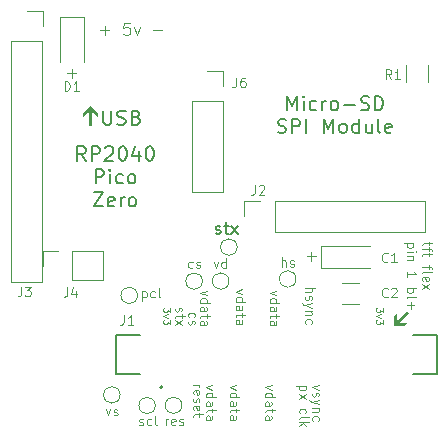
<source format=gbr>
%TF.GenerationSoftware,KiCad,Pcbnew,9.0.0*%
%TF.CreationDate,2025-04-29T11:42:50+01:00*%
%TF.ProjectId,uPicomac,75506963-6f6d-4616-932e-6b696361645f,rev?*%
%TF.SameCoordinates,Original*%
%TF.FileFunction,Legend,Top*%
%TF.FilePolarity,Positive*%
%FSLAX46Y46*%
G04 Gerber Fmt 4.6, Leading zero omitted, Abs format (unit mm)*
G04 Created by KiCad (PCBNEW 9.0.0) date 2025-04-29 11:42:50*
%MOMM*%
%LPD*%
G01*
G04 APERTURE LIST*
%ADD10C,0.100000*%
%ADD11C,0.187500*%
%ADD12C,0.125000*%
%ADD13C,0.150000*%
%ADD14C,0.120000*%
%ADD15C,0.200000*%
G04 APERTURE END LIST*
D10*
X123836438Y-73180074D02*
X123303104Y-73370550D01*
X123303104Y-73370550D02*
X123836438Y-73561027D01*
X123303104Y-74208646D02*
X124103104Y-74208646D01*
X123341200Y-74208646D02*
X123303104Y-74132455D01*
X123303104Y-74132455D02*
X123303104Y-73980074D01*
X123303104Y-73980074D02*
X123341200Y-73903884D01*
X123341200Y-73903884D02*
X123379295Y-73865789D01*
X123379295Y-73865789D02*
X123455485Y-73827693D01*
X123455485Y-73827693D02*
X123684057Y-73827693D01*
X123684057Y-73827693D02*
X123760247Y-73865789D01*
X123760247Y-73865789D02*
X123798342Y-73903884D01*
X123798342Y-73903884D02*
X123836438Y-73980074D01*
X123836438Y-73980074D02*
X123836438Y-74132455D01*
X123836438Y-74132455D02*
X123798342Y-74208646D01*
X123303104Y-74932456D02*
X123722152Y-74932456D01*
X123722152Y-74932456D02*
X123798342Y-74894361D01*
X123798342Y-74894361D02*
X123836438Y-74818170D01*
X123836438Y-74818170D02*
X123836438Y-74665789D01*
X123836438Y-74665789D02*
X123798342Y-74589599D01*
X123341200Y-74932456D02*
X123303104Y-74856265D01*
X123303104Y-74856265D02*
X123303104Y-74665789D01*
X123303104Y-74665789D02*
X123341200Y-74589599D01*
X123341200Y-74589599D02*
X123417390Y-74551503D01*
X123417390Y-74551503D02*
X123493580Y-74551503D01*
X123493580Y-74551503D02*
X123569771Y-74589599D01*
X123569771Y-74589599D02*
X123607866Y-74665789D01*
X123607866Y-74665789D02*
X123607866Y-74856265D01*
X123607866Y-74856265D02*
X123645961Y-74932456D01*
X123836438Y-75199123D02*
X123836438Y-75503885D01*
X124103104Y-75313409D02*
X123417390Y-75313409D01*
X123417390Y-75313409D02*
X123341200Y-75351504D01*
X123341200Y-75351504D02*
X123303104Y-75427694D01*
X123303104Y-75427694D02*
X123303104Y-75503885D01*
X123303104Y-76113409D02*
X123722152Y-76113409D01*
X123722152Y-76113409D02*
X123798342Y-76075314D01*
X123798342Y-76075314D02*
X123836438Y-75999123D01*
X123836438Y-75999123D02*
X123836438Y-75846742D01*
X123836438Y-75846742D02*
X123798342Y-75770552D01*
X123341200Y-76113409D02*
X123303104Y-76037218D01*
X123303104Y-76037218D02*
X123303104Y-75846742D01*
X123303104Y-75846742D02*
X123341200Y-75770552D01*
X123341200Y-75770552D02*
X123417390Y-75732456D01*
X123417390Y-75732456D02*
X123493580Y-75732456D01*
X123493580Y-75732456D02*
X123569771Y-75770552D01*
X123569771Y-75770552D02*
X123607866Y-75846742D01*
X123607866Y-75846742D02*
X123607866Y-76037218D01*
X123607866Y-76037218D02*
X123645961Y-76113409D01*
X120936438Y-73080074D02*
X120403104Y-73270550D01*
X120403104Y-73270550D02*
X120936438Y-73461027D01*
X120403104Y-74108646D02*
X121203104Y-74108646D01*
X120441200Y-74108646D02*
X120403104Y-74032455D01*
X120403104Y-74032455D02*
X120403104Y-73880074D01*
X120403104Y-73880074D02*
X120441200Y-73803884D01*
X120441200Y-73803884D02*
X120479295Y-73765789D01*
X120479295Y-73765789D02*
X120555485Y-73727693D01*
X120555485Y-73727693D02*
X120784057Y-73727693D01*
X120784057Y-73727693D02*
X120860247Y-73765789D01*
X120860247Y-73765789D02*
X120898342Y-73803884D01*
X120898342Y-73803884D02*
X120936438Y-73880074D01*
X120936438Y-73880074D02*
X120936438Y-74032455D01*
X120936438Y-74032455D02*
X120898342Y-74108646D01*
X120403104Y-74832456D02*
X120822152Y-74832456D01*
X120822152Y-74832456D02*
X120898342Y-74794361D01*
X120898342Y-74794361D02*
X120936438Y-74718170D01*
X120936438Y-74718170D02*
X120936438Y-74565789D01*
X120936438Y-74565789D02*
X120898342Y-74489599D01*
X120441200Y-74832456D02*
X120403104Y-74756265D01*
X120403104Y-74756265D02*
X120403104Y-74565789D01*
X120403104Y-74565789D02*
X120441200Y-74489599D01*
X120441200Y-74489599D02*
X120517390Y-74451503D01*
X120517390Y-74451503D02*
X120593580Y-74451503D01*
X120593580Y-74451503D02*
X120669771Y-74489599D01*
X120669771Y-74489599D02*
X120707866Y-74565789D01*
X120707866Y-74565789D02*
X120707866Y-74756265D01*
X120707866Y-74756265D02*
X120745961Y-74832456D01*
X120936438Y-75099123D02*
X120936438Y-75403885D01*
X121203104Y-75213409D02*
X120517390Y-75213409D01*
X120517390Y-75213409D02*
X120441200Y-75251504D01*
X120441200Y-75251504D02*
X120403104Y-75327694D01*
X120403104Y-75327694D02*
X120403104Y-75403885D01*
X120403104Y-76013409D02*
X120822152Y-76013409D01*
X120822152Y-76013409D02*
X120898342Y-75975314D01*
X120898342Y-75975314D02*
X120936438Y-75899123D01*
X120936438Y-75899123D02*
X120936438Y-75746742D01*
X120936438Y-75746742D02*
X120898342Y-75670552D01*
X120441200Y-76013409D02*
X120403104Y-75937218D01*
X120403104Y-75937218D02*
X120403104Y-75746742D01*
X120403104Y-75746742D02*
X120441200Y-75670552D01*
X120441200Y-75670552D02*
X120517390Y-75632456D01*
X120517390Y-75632456D02*
X120593580Y-75632456D01*
X120593580Y-75632456D02*
X120669771Y-75670552D01*
X120669771Y-75670552D02*
X120707866Y-75746742D01*
X120707866Y-75746742D02*
X120707866Y-75937218D01*
X120707866Y-75937218D02*
X120745961Y-76013409D01*
D11*
G36*
X133776623Y-76212722D02*
G01*
X133773191Y-75361520D01*
X134050707Y-75084004D01*
X134047728Y-75741883D01*
X134912855Y-74876757D01*
X135111812Y-75075714D01*
X134246685Y-75940840D01*
X134904565Y-75937861D01*
X134627048Y-76215377D01*
X133776623Y-76212722D01*
G37*
D10*
X132878628Y-74619924D02*
X132878628Y-74991352D01*
X132878628Y-74991352D02*
X132650057Y-74791352D01*
X132650057Y-74791352D02*
X132650057Y-74877067D01*
X132650057Y-74877067D02*
X132621485Y-74934210D01*
X132621485Y-74934210D02*
X132592914Y-74962781D01*
X132592914Y-74962781D02*
X132535771Y-74991352D01*
X132535771Y-74991352D02*
X132392914Y-74991352D01*
X132392914Y-74991352D02*
X132335771Y-74962781D01*
X132335771Y-74962781D02*
X132307200Y-74934210D01*
X132307200Y-74934210D02*
X132278628Y-74877067D01*
X132278628Y-74877067D02*
X132278628Y-74705638D01*
X132278628Y-74705638D02*
X132307200Y-74648495D01*
X132307200Y-74648495D02*
X132335771Y-74619924D01*
X132678628Y-75191353D02*
X132278628Y-75334210D01*
X132278628Y-75334210D02*
X132678628Y-75477067D01*
X132878628Y-75648496D02*
X132878628Y-76019924D01*
X132878628Y-76019924D02*
X132650057Y-75819924D01*
X132650057Y-75819924D02*
X132650057Y-75905639D01*
X132650057Y-75905639D02*
X132621485Y-75962782D01*
X132621485Y-75962782D02*
X132592914Y-75991353D01*
X132592914Y-75991353D02*
X132535771Y-76019924D01*
X132535771Y-76019924D02*
X132392914Y-76019924D01*
X132392914Y-76019924D02*
X132335771Y-75991353D01*
X132335771Y-75991353D02*
X132307200Y-75962782D01*
X132307200Y-75962782D02*
X132278628Y-75905639D01*
X132278628Y-75905639D02*
X132278628Y-75734210D01*
X132278628Y-75734210D02*
X132307200Y-75677067D01*
X132307200Y-75677067D02*
X132335771Y-75648496D01*
X114878628Y-74619924D02*
X114878628Y-74991352D01*
X114878628Y-74991352D02*
X114650057Y-74791352D01*
X114650057Y-74791352D02*
X114650057Y-74877067D01*
X114650057Y-74877067D02*
X114621485Y-74934210D01*
X114621485Y-74934210D02*
X114592914Y-74962781D01*
X114592914Y-74962781D02*
X114535771Y-74991352D01*
X114535771Y-74991352D02*
X114392914Y-74991352D01*
X114392914Y-74991352D02*
X114335771Y-74962781D01*
X114335771Y-74962781D02*
X114307200Y-74934210D01*
X114307200Y-74934210D02*
X114278628Y-74877067D01*
X114278628Y-74877067D02*
X114278628Y-74705638D01*
X114278628Y-74705638D02*
X114307200Y-74648495D01*
X114307200Y-74648495D02*
X114335771Y-74619924D01*
X114678628Y-75191353D02*
X114278628Y-75334210D01*
X114278628Y-75334210D02*
X114678628Y-75477067D01*
X114878628Y-75648496D02*
X114878628Y-76019924D01*
X114878628Y-76019924D02*
X114650057Y-75819924D01*
X114650057Y-75819924D02*
X114650057Y-75905639D01*
X114650057Y-75905639D02*
X114621485Y-75962782D01*
X114621485Y-75962782D02*
X114592914Y-75991353D01*
X114592914Y-75991353D02*
X114535771Y-76019924D01*
X114535771Y-76019924D02*
X114392914Y-76019924D01*
X114392914Y-76019924D02*
X114335771Y-75991353D01*
X114335771Y-75991353D02*
X114307200Y-75962782D01*
X114307200Y-75962782D02*
X114278628Y-75905639D01*
X114278628Y-75905639D02*
X114278628Y-75734210D01*
X114278628Y-75734210D02*
X114307200Y-75677067D01*
X114307200Y-75677067D02*
X114335771Y-75648496D01*
X115341200Y-74634210D02*
X115303104Y-74710401D01*
X115303104Y-74710401D02*
X115303104Y-74862782D01*
X115303104Y-74862782D02*
X115341200Y-74938972D01*
X115341200Y-74938972D02*
X115417390Y-74977068D01*
X115417390Y-74977068D02*
X115455485Y-74977068D01*
X115455485Y-74977068D02*
X115531676Y-74938972D01*
X115531676Y-74938972D02*
X115569771Y-74862782D01*
X115569771Y-74862782D02*
X115569771Y-74748496D01*
X115569771Y-74748496D02*
X115607866Y-74672306D01*
X115607866Y-74672306D02*
X115684057Y-74634210D01*
X115684057Y-74634210D02*
X115722152Y-74634210D01*
X115722152Y-74634210D02*
X115798342Y-74672306D01*
X115798342Y-74672306D02*
X115836438Y-74748496D01*
X115836438Y-74748496D02*
X115836438Y-74862782D01*
X115836438Y-74862782D02*
X115798342Y-74938972D01*
X115836438Y-75205639D02*
X115836438Y-75510401D01*
X116103104Y-75319925D02*
X115417390Y-75319925D01*
X115417390Y-75319925D02*
X115341200Y-75358020D01*
X115341200Y-75358020D02*
X115303104Y-75434210D01*
X115303104Y-75434210D02*
X115303104Y-75510401D01*
X115303104Y-75700877D02*
X115836438Y-76119925D01*
X115836438Y-75700877D02*
X115303104Y-76119925D01*
X116441200Y-75434211D02*
X116403104Y-75358020D01*
X116403104Y-75358020D02*
X116403104Y-75205639D01*
X116403104Y-75205639D02*
X116441200Y-75129449D01*
X116441200Y-75129449D02*
X116479295Y-75091354D01*
X116479295Y-75091354D02*
X116555485Y-75053258D01*
X116555485Y-75053258D02*
X116784057Y-75053258D01*
X116784057Y-75053258D02*
X116860247Y-75091354D01*
X116860247Y-75091354D02*
X116898342Y-75129449D01*
X116898342Y-75129449D02*
X116936438Y-75205639D01*
X116936438Y-75205639D02*
X116936438Y-75358020D01*
X116936438Y-75358020D02*
X116898342Y-75434211D01*
X116441200Y-75738972D02*
X116403104Y-75815163D01*
X116403104Y-75815163D02*
X116403104Y-75967544D01*
X116403104Y-75967544D02*
X116441200Y-76043734D01*
X116441200Y-76043734D02*
X116517390Y-76081830D01*
X116517390Y-76081830D02*
X116555485Y-76081830D01*
X116555485Y-76081830D02*
X116631676Y-76043734D01*
X116631676Y-76043734D02*
X116669771Y-75967544D01*
X116669771Y-75967544D02*
X116669771Y-75853258D01*
X116669771Y-75853258D02*
X116707866Y-75777068D01*
X116707866Y-75777068D02*
X116784057Y-75738972D01*
X116784057Y-75738972D02*
X116822152Y-75738972D01*
X116822152Y-75738972D02*
X116898342Y-75777068D01*
X116898342Y-75777068D02*
X116936438Y-75853258D01*
X116936438Y-75853258D02*
X116936438Y-75967544D01*
X116936438Y-75967544D02*
X116898342Y-76043734D01*
X116803104Y-81156265D02*
X117336438Y-81156265D01*
X117184057Y-81156265D02*
X117260247Y-81194360D01*
X117260247Y-81194360D02*
X117298342Y-81232455D01*
X117298342Y-81232455D02*
X117336438Y-81308646D01*
X117336438Y-81308646D02*
X117336438Y-81384836D01*
X116841200Y-81956265D02*
X116803104Y-81880074D01*
X116803104Y-81880074D02*
X116803104Y-81727693D01*
X116803104Y-81727693D02*
X116841200Y-81651503D01*
X116841200Y-81651503D02*
X116917390Y-81613407D01*
X116917390Y-81613407D02*
X117222152Y-81613407D01*
X117222152Y-81613407D02*
X117298342Y-81651503D01*
X117298342Y-81651503D02*
X117336438Y-81727693D01*
X117336438Y-81727693D02*
X117336438Y-81880074D01*
X117336438Y-81880074D02*
X117298342Y-81956265D01*
X117298342Y-81956265D02*
X117222152Y-81994360D01*
X117222152Y-81994360D02*
X117145961Y-81994360D01*
X117145961Y-81994360D02*
X117069771Y-81613407D01*
X116841200Y-82299121D02*
X116803104Y-82375312D01*
X116803104Y-82375312D02*
X116803104Y-82527693D01*
X116803104Y-82527693D02*
X116841200Y-82603883D01*
X116841200Y-82603883D02*
X116917390Y-82641979D01*
X116917390Y-82641979D02*
X116955485Y-82641979D01*
X116955485Y-82641979D02*
X117031676Y-82603883D01*
X117031676Y-82603883D02*
X117069771Y-82527693D01*
X117069771Y-82527693D02*
X117069771Y-82413407D01*
X117069771Y-82413407D02*
X117107866Y-82337217D01*
X117107866Y-82337217D02*
X117184057Y-82299121D01*
X117184057Y-82299121D02*
X117222152Y-82299121D01*
X117222152Y-82299121D02*
X117298342Y-82337217D01*
X117298342Y-82337217D02*
X117336438Y-82413407D01*
X117336438Y-82413407D02*
X117336438Y-82527693D01*
X117336438Y-82527693D02*
X117298342Y-82603883D01*
X116841200Y-83289598D02*
X116803104Y-83213407D01*
X116803104Y-83213407D02*
X116803104Y-83061026D01*
X116803104Y-83061026D02*
X116841200Y-82984836D01*
X116841200Y-82984836D02*
X116917390Y-82946740D01*
X116917390Y-82946740D02*
X117222152Y-82946740D01*
X117222152Y-82946740D02*
X117298342Y-82984836D01*
X117298342Y-82984836D02*
X117336438Y-83061026D01*
X117336438Y-83061026D02*
X117336438Y-83213407D01*
X117336438Y-83213407D02*
X117298342Y-83289598D01*
X117298342Y-83289598D02*
X117222152Y-83327693D01*
X117222152Y-83327693D02*
X117145961Y-83327693D01*
X117145961Y-83327693D02*
X117069771Y-82946740D01*
X117336438Y-83556264D02*
X117336438Y-83861026D01*
X117603104Y-83670550D02*
X116917390Y-83670550D01*
X116917390Y-83670550D02*
X116841200Y-83708645D01*
X116841200Y-83708645D02*
X116803104Y-83784835D01*
X116803104Y-83784835D02*
X116803104Y-83861026D01*
X117936438Y-73180074D02*
X117403104Y-73370550D01*
X117403104Y-73370550D02*
X117936438Y-73561027D01*
X117403104Y-74208646D02*
X118203104Y-74208646D01*
X117441200Y-74208646D02*
X117403104Y-74132455D01*
X117403104Y-74132455D02*
X117403104Y-73980074D01*
X117403104Y-73980074D02*
X117441200Y-73903884D01*
X117441200Y-73903884D02*
X117479295Y-73865789D01*
X117479295Y-73865789D02*
X117555485Y-73827693D01*
X117555485Y-73827693D02*
X117784057Y-73827693D01*
X117784057Y-73827693D02*
X117860247Y-73865789D01*
X117860247Y-73865789D02*
X117898342Y-73903884D01*
X117898342Y-73903884D02*
X117936438Y-73980074D01*
X117936438Y-73980074D02*
X117936438Y-74132455D01*
X117936438Y-74132455D02*
X117898342Y-74208646D01*
X117403104Y-74932456D02*
X117822152Y-74932456D01*
X117822152Y-74932456D02*
X117898342Y-74894361D01*
X117898342Y-74894361D02*
X117936438Y-74818170D01*
X117936438Y-74818170D02*
X117936438Y-74665789D01*
X117936438Y-74665789D02*
X117898342Y-74589599D01*
X117441200Y-74932456D02*
X117403104Y-74856265D01*
X117403104Y-74856265D02*
X117403104Y-74665789D01*
X117403104Y-74665789D02*
X117441200Y-74589599D01*
X117441200Y-74589599D02*
X117517390Y-74551503D01*
X117517390Y-74551503D02*
X117593580Y-74551503D01*
X117593580Y-74551503D02*
X117669771Y-74589599D01*
X117669771Y-74589599D02*
X117707866Y-74665789D01*
X117707866Y-74665789D02*
X117707866Y-74856265D01*
X117707866Y-74856265D02*
X117745961Y-74932456D01*
X117936438Y-75199123D02*
X117936438Y-75503885D01*
X118203104Y-75313409D02*
X117517390Y-75313409D01*
X117517390Y-75313409D02*
X117441200Y-75351504D01*
X117441200Y-75351504D02*
X117403104Y-75427694D01*
X117403104Y-75427694D02*
X117403104Y-75503885D01*
X117403104Y-76113409D02*
X117822152Y-76113409D01*
X117822152Y-76113409D02*
X117898342Y-76075314D01*
X117898342Y-76075314D02*
X117936438Y-75999123D01*
X117936438Y-75999123D02*
X117936438Y-75846742D01*
X117936438Y-75846742D02*
X117898342Y-75770552D01*
X117441200Y-76113409D02*
X117403104Y-76037218D01*
X117403104Y-76037218D02*
X117403104Y-75846742D01*
X117403104Y-75846742D02*
X117441200Y-75770552D01*
X117441200Y-75770552D02*
X117517390Y-75732456D01*
X117517390Y-75732456D02*
X117593580Y-75732456D01*
X117593580Y-75732456D02*
X117669771Y-75770552D01*
X117669771Y-75770552D02*
X117707866Y-75846742D01*
X117707866Y-75846742D02*
X117707866Y-76037218D01*
X117707866Y-76037218D02*
X117745961Y-76113409D01*
X118436438Y-81180074D02*
X117903104Y-81370550D01*
X117903104Y-81370550D02*
X118436438Y-81561027D01*
X117903104Y-82208646D02*
X118703104Y-82208646D01*
X117941200Y-82208646D02*
X117903104Y-82132455D01*
X117903104Y-82132455D02*
X117903104Y-81980074D01*
X117903104Y-81980074D02*
X117941200Y-81903884D01*
X117941200Y-81903884D02*
X117979295Y-81865789D01*
X117979295Y-81865789D02*
X118055485Y-81827693D01*
X118055485Y-81827693D02*
X118284057Y-81827693D01*
X118284057Y-81827693D02*
X118360247Y-81865789D01*
X118360247Y-81865789D02*
X118398342Y-81903884D01*
X118398342Y-81903884D02*
X118436438Y-81980074D01*
X118436438Y-81980074D02*
X118436438Y-82132455D01*
X118436438Y-82132455D02*
X118398342Y-82208646D01*
X117903104Y-82932456D02*
X118322152Y-82932456D01*
X118322152Y-82932456D02*
X118398342Y-82894361D01*
X118398342Y-82894361D02*
X118436438Y-82818170D01*
X118436438Y-82818170D02*
X118436438Y-82665789D01*
X118436438Y-82665789D02*
X118398342Y-82589599D01*
X117941200Y-82932456D02*
X117903104Y-82856265D01*
X117903104Y-82856265D02*
X117903104Y-82665789D01*
X117903104Y-82665789D02*
X117941200Y-82589599D01*
X117941200Y-82589599D02*
X118017390Y-82551503D01*
X118017390Y-82551503D02*
X118093580Y-82551503D01*
X118093580Y-82551503D02*
X118169771Y-82589599D01*
X118169771Y-82589599D02*
X118207866Y-82665789D01*
X118207866Y-82665789D02*
X118207866Y-82856265D01*
X118207866Y-82856265D02*
X118245961Y-82932456D01*
X118436438Y-83199123D02*
X118436438Y-83503885D01*
X118703104Y-83313409D02*
X118017390Y-83313409D01*
X118017390Y-83313409D02*
X117941200Y-83351504D01*
X117941200Y-83351504D02*
X117903104Y-83427694D01*
X117903104Y-83427694D02*
X117903104Y-83503885D01*
X117903104Y-84113409D02*
X118322152Y-84113409D01*
X118322152Y-84113409D02*
X118398342Y-84075314D01*
X118398342Y-84075314D02*
X118436438Y-83999123D01*
X118436438Y-83999123D02*
X118436438Y-83846742D01*
X118436438Y-83846742D02*
X118398342Y-83770552D01*
X117941200Y-84113409D02*
X117903104Y-84037218D01*
X117903104Y-84037218D02*
X117903104Y-83846742D01*
X117903104Y-83846742D02*
X117941200Y-83770552D01*
X117941200Y-83770552D02*
X118017390Y-83732456D01*
X118017390Y-83732456D02*
X118093580Y-83732456D01*
X118093580Y-83732456D02*
X118169771Y-83770552D01*
X118169771Y-83770552D02*
X118207866Y-83846742D01*
X118207866Y-83846742D02*
X118207866Y-84037218D01*
X118207866Y-84037218D02*
X118245961Y-84113409D01*
X120436438Y-81180074D02*
X119903104Y-81370550D01*
X119903104Y-81370550D02*
X120436438Y-81561027D01*
X119903104Y-82208646D02*
X120703104Y-82208646D01*
X119941200Y-82208646D02*
X119903104Y-82132455D01*
X119903104Y-82132455D02*
X119903104Y-81980074D01*
X119903104Y-81980074D02*
X119941200Y-81903884D01*
X119941200Y-81903884D02*
X119979295Y-81865789D01*
X119979295Y-81865789D02*
X120055485Y-81827693D01*
X120055485Y-81827693D02*
X120284057Y-81827693D01*
X120284057Y-81827693D02*
X120360247Y-81865789D01*
X120360247Y-81865789D02*
X120398342Y-81903884D01*
X120398342Y-81903884D02*
X120436438Y-81980074D01*
X120436438Y-81980074D02*
X120436438Y-82132455D01*
X120436438Y-82132455D02*
X120398342Y-82208646D01*
X119903104Y-82932456D02*
X120322152Y-82932456D01*
X120322152Y-82932456D02*
X120398342Y-82894361D01*
X120398342Y-82894361D02*
X120436438Y-82818170D01*
X120436438Y-82818170D02*
X120436438Y-82665789D01*
X120436438Y-82665789D02*
X120398342Y-82589599D01*
X119941200Y-82932456D02*
X119903104Y-82856265D01*
X119903104Y-82856265D02*
X119903104Y-82665789D01*
X119903104Y-82665789D02*
X119941200Y-82589599D01*
X119941200Y-82589599D02*
X120017390Y-82551503D01*
X120017390Y-82551503D02*
X120093580Y-82551503D01*
X120093580Y-82551503D02*
X120169771Y-82589599D01*
X120169771Y-82589599D02*
X120207866Y-82665789D01*
X120207866Y-82665789D02*
X120207866Y-82856265D01*
X120207866Y-82856265D02*
X120245961Y-82932456D01*
X120436438Y-83199123D02*
X120436438Y-83503885D01*
X120703104Y-83313409D02*
X120017390Y-83313409D01*
X120017390Y-83313409D02*
X119941200Y-83351504D01*
X119941200Y-83351504D02*
X119903104Y-83427694D01*
X119903104Y-83427694D02*
X119903104Y-83503885D01*
X119903104Y-84113409D02*
X120322152Y-84113409D01*
X120322152Y-84113409D02*
X120398342Y-84075314D01*
X120398342Y-84075314D02*
X120436438Y-83999123D01*
X120436438Y-83999123D02*
X120436438Y-83846742D01*
X120436438Y-83846742D02*
X120398342Y-83770552D01*
X119941200Y-84113409D02*
X119903104Y-84037218D01*
X119903104Y-84037218D02*
X119903104Y-83846742D01*
X119903104Y-83846742D02*
X119941200Y-83770552D01*
X119941200Y-83770552D02*
X120017390Y-83732456D01*
X120017390Y-83732456D02*
X120093580Y-83732456D01*
X120093580Y-83732456D02*
X120169771Y-83770552D01*
X120169771Y-83770552D02*
X120207866Y-83846742D01*
X120207866Y-83846742D02*
X120207866Y-84037218D01*
X120207866Y-84037218D02*
X120245961Y-84113409D01*
X123436438Y-81180074D02*
X122903104Y-81370550D01*
X122903104Y-81370550D02*
X123436438Y-81561027D01*
X122903104Y-82208646D02*
X123703104Y-82208646D01*
X122941200Y-82208646D02*
X122903104Y-82132455D01*
X122903104Y-82132455D02*
X122903104Y-81980074D01*
X122903104Y-81980074D02*
X122941200Y-81903884D01*
X122941200Y-81903884D02*
X122979295Y-81865789D01*
X122979295Y-81865789D02*
X123055485Y-81827693D01*
X123055485Y-81827693D02*
X123284057Y-81827693D01*
X123284057Y-81827693D02*
X123360247Y-81865789D01*
X123360247Y-81865789D02*
X123398342Y-81903884D01*
X123398342Y-81903884D02*
X123436438Y-81980074D01*
X123436438Y-81980074D02*
X123436438Y-82132455D01*
X123436438Y-82132455D02*
X123398342Y-82208646D01*
X122903104Y-82932456D02*
X123322152Y-82932456D01*
X123322152Y-82932456D02*
X123398342Y-82894361D01*
X123398342Y-82894361D02*
X123436438Y-82818170D01*
X123436438Y-82818170D02*
X123436438Y-82665789D01*
X123436438Y-82665789D02*
X123398342Y-82589599D01*
X122941200Y-82932456D02*
X122903104Y-82856265D01*
X122903104Y-82856265D02*
X122903104Y-82665789D01*
X122903104Y-82665789D02*
X122941200Y-82589599D01*
X122941200Y-82589599D02*
X123017390Y-82551503D01*
X123017390Y-82551503D02*
X123093580Y-82551503D01*
X123093580Y-82551503D02*
X123169771Y-82589599D01*
X123169771Y-82589599D02*
X123207866Y-82665789D01*
X123207866Y-82665789D02*
X123207866Y-82856265D01*
X123207866Y-82856265D02*
X123245961Y-82932456D01*
X123436438Y-83199123D02*
X123436438Y-83503885D01*
X123703104Y-83313409D02*
X123017390Y-83313409D01*
X123017390Y-83313409D02*
X122941200Y-83351504D01*
X122941200Y-83351504D02*
X122903104Y-83427694D01*
X122903104Y-83427694D02*
X122903104Y-83503885D01*
X122903104Y-84113409D02*
X123322152Y-84113409D01*
X123322152Y-84113409D02*
X123398342Y-84075314D01*
X123398342Y-84075314D02*
X123436438Y-83999123D01*
X123436438Y-83999123D02*
X123436438Y-83846742D01*
X123436438Y-83846742D02*
X123398342Y-83770552D01*
X122941200Y-84113409D02*
X122903104Y-84037218D01*
X122903104Y-84037218D02*
X122903104Y-83846742D01*
X122903104Y-83846742D02*
X122941200Y-83770552D01*
X122941200Y-83770552D02*
X123017390Y-83732456D01*
X123017390Y-83732456D02*
X123093580Y-83732456D01*
X123093580Y-83732456D02*
X123169771Y-83770552D01*
X123169771Y-83770552D02*
X123207866Y-83846742D01*
X123207866Y-83846742D02*
X123207866Y-84037218D01*
X123207866Y-84037218D02*
X123245961Y-84113409D01*
X126336438Y-81256265D02*
X125536438Y-81256265D01*
X126298342Y-81256265D02*
X126336438Y-81332455D01*
X126336438Y-81332455D02*
X126336438Y-81484836D01*
X126336438Y-81484836D02*
X126298342Y-81561027D01*
X126298342Y-81561027D02*
X126260247Y-81599122D01*
X126260247Y-81599122D02*
X126184057Y-81637217D01*
X126184057Y-81637217D02*
X125955485Y-81637217D01*
X125955485Y-81637217D02*
X125879295Y-81599122D01*
X125879295Y-81599122D02*
X125841200Y-81561027D01*
X125841200Y-81561027D02*
X125803104Y-81484836D01*
X125803104Y-81484836D02*
X125803104Y-81332455D01*
X125803104Y-81332455D02*
X125841200Y-81256265D01*
X125803104Y-81903884D02*
X126336438Y-82322932D01*
X126336438Y-81903884D02*
X125803104Y-82322932D01*
X125841200Y-83580075D02*
X125803104Y-83503884D01*
X125803104Y-83503884D02*
X125803104Y-83351503D01*
X125803104Y-83351503D02*
X125841200Y-83275313D01*
X125841200Y-83275313D02*
X125879295Y-83237218D01*
X125879295Y-83237218D02*
X125955485Y-83199122D01*
X125955485Y-83199122D02*
X126184057Y-83199122D01*
X126184057Y-83199122D02*
X126260247Y-83237218D01*
X126260247Y-83237218D02*
X126298342Y-83275313D01*
X126298342Y-83275313D02*
X126336438Y-83351503D01*
X126336438Y-83351503D02*
X126336438Y-83503884D01*
X126336438Y-83503884D02*
X126298342Y-83580075D01*
X125803104Y-84037217D02*
X125841200Y-83961027D01*
X125841200Y-83961027D02*
X125917390Y-83922932D01*
X125917390Y-83922932D02*
X126603104Y-83922932D01*
X125803104Y-84341980D02*
X126603104Y-84341980D01*
X126107866Y-84418170D02*
X125803104Y-84646742D01*
X126336438Y-84646742D02*
X126031676Y-84341980D01*
X126303104Y-72956265D02*
X127103104Y-72956265D01*
X126303104Y-73299122D02*
X126722152Y-73299122D01*
X126722152Y-73299122D02*
X126798342Y-73261027D01*
X126798342Y-73261027D02*
X126836438Y-73184836D01*
X126836438Y-73184836D02*
X126836438Y-73070550D01*
X126836438Y-73070550D02*
X126798342Y-72994360D01*
X126798342Y-72994360D02*
X126760247Y-72956265D01*
X126341200Y-73641979D02*
X126303104Y-73718170D01*
X126303104Y-73718170D02*
X126303104Y-73870551D01*
X126303104Y-73870551D02*
X126341200Y-73946741D01*
X126341200Y-73946741D02*
X126417390Y-73984837D01*
X126417390Y-73984837D02*
X126455485Y-73984837D01*
X126455485Y-73984837D02*
X126531676Y-73946741D01*
X126531676Y-73946741D02*
X126569771Y-73870551D01*
X126569771Y-73870551D02*
X126569771Y-73756265D01*
X126569771Y-73756265D02*
X126607866Y-73680075D01*
X126607866Y-73680075D02*
X126684057Y-73641979D01*
X126684057Y-73641979D02*
X126722152Y-73641979D01*
X126722152Y-73641979D02*
X126798342Y-73680075D01*
X126798342Y-73680075D02*
X126836438Y-73756265D01*
X126836438Y-73756265D02*
X126836438Y-73870551D01*
X126836438Y-73870551D02*
X126798342Y-73946741D01*
X126836438Y-74251503D02*
X126303104Y-74441979D01*
X126836438Y-74632456D02*
X126303104Y-74441979D01*
X126303104Y-74441979D02*
X126112628Y-74365789D01*
X126112628Y-74365789D02*
X126074533Y-74327694D01*
X126074533Y-74327694D02*
X126036438Y-74251503D01*
X126836438Y-74937218D02*
X126303104Y-74937218D01*
X126760247Y-74937218D02*
X126798342Y-74975313D01*
X126798342Y-74975313D02*
X126836438Y-75051503D01*
X126836438Y-75051503D02*
X126836438Y-75165789D01*
X126836438Y-75165789D02*
X126798342Y-75241980D01*
X126798342Y-75241980D02*
X126722152Y-75280075D01*
X126722152Y-75280075D02*
X126303104Y-75280075D01*
X126341200Y-76003885D02*
X126303104Y-75927694D01*
X126303104Y-75927694D02*
X126303104Y-75775313D01*
X126303104Y-75775313D02*
X126341200Y-75699123D01*
X126341200Y-75699123D02*
X126379295Y-75661028D01*
X126379295Y-75661028D02*
X126455485Y-75622932D01*
X126455485Y-75622932D02*
X126684057Y-75622932D01*
X126684057Y-75622932D02*
X126760247Y-75661028D01*
X126760247Y-75661028D02*
X126798342Y-75699123D01*
X126798342Y-75699123D02*
X126836438Y-75775313D01*
X126836438Y-75775313D02*
X126836438Y-75927694D01*
X126836438Y-75927694D02*
X126798342Y-76003885D01*
X127436438Y-81180074D02*
X126903104Y-81370550D01*
X126903104Y-81370550D02*
X127436438Y-81561027D01*
X126941200Y-81827693D02*
X126903104Y-81903884D01*
X126903104Y-81903884D02*
X126903104Y-82056265D01*
X126903104Y-82056265D02*
X126941200Y-82132455D01*
X126941200Y-82132455D02*
X127017390Y-82170551D01*
X127017390Y-82170551D02*
X127055485Y-82170551D01*
X127055485Y-82170551D02*
X127131676Y-82132455D01*
X127131676Y-82132455D02*
X127169771Y-82056265D01*
X127169771Y-82056265D02*
X127169771Y-81941979D01*
X127169771Y-81941979D02*
X127207866Y-81865789D01*
X127207866Y-81865789D02*
X127284057Y-81827693D01*
X127284057Y-81827693D02*
X127322152Y-81827693D01*
X127322152Y-81827693D02*
X127398342Y-81865789D01*
X127398342Y-81865789D02*
X127436438Y-81941979D01*
X127436438Y-81941979D02*
X127436438Y-82056265D01*
X127436438Y-82056265D02*
X127398342Y-82132455D01*
X127436438Y-82437217D02*
X126903104Y-82627693D01*
X127436438Y-82818170D02*
X126903104Y-82627693D01*
X126903104Y-82627693D02*
X126712628Y-82551503D01*
X126712628Y-82551503D02*
X126674533Y-82513408D01*
X126674533Y-82513408D02*
X126636438Y-82437217D01*
X127436438Y-83122932D02*
X126903104Y-83122932D01*
X127360247Y-83122932D02*
X127398342Y-83161027D01*
X127398342Y-83161027D02*
X127436438Y-83237217D01*
X127436438Y-83237217D02*
X127436438Y-83351503D01*
X127436438Y-83351503D02*
X127398342Y-83427694D01*
X127398342Y-83427694D02*
X127322152Y-83465789D01*
X127322152Y-83465789D02*
X126903104Y-83465789D01*
X126941200Y-84189599D02*
X126903104Y-84113408D01*
X126903104Y-84113408D02*
X126903104Y-83961027D01*
X126903104Y-83961027D02*
X126941200Y-83884837D01*
X126941200Y-83884837D02*
X126979295Y-83846742D01*
X126979295Y-83846742D02*
X127055485Y-83808646D01*
X127055485Y-83808646D02*
X127284057Y-83808646D01*
X127284057Y-83808646D02*
X127360247Y-83846742D01*
X127360247Y-83846742D02*
X127398342Y-83884837D01*
X127398342Y-83884837D02*
X127436438Y-83961027D01*
X127436438Y-83961027D02*
X127436438Y-84113408D01*
X127436438Y-84113408D02*
X127398342Y-84189599D01*
D11*
G36*
X108117766Y-57515962D02*
G01*
X108727763Y-58118631D01*
X108727763Y-58513206D01*
X108258817Y-58043527D01*
X108258817Y-59273778D01*
X107977449Y-59273778D01*
X107977449Y-58043527D01*
X107508503Y-58513206D01*
X107508503Y-58118631D01*
X108117766Y-57515962D01*
G37*
D10*
X126403884Y-70291466D02*
X127165789Y-70291466D01*
X126784836Y-70672419D02*
X126784836Y-69910514D01*
D12*
X108945044Y-51133219D02*
X109706949Y-51133219D01*
X109325996Y-51514172D02*
X109325996Y-50752267D01*
X111421234Y-50514172D02*
X110945044Y-50514172D01*
X110945044Y-50514172D02*
X110897425Y-50990362D01*
X110897425Y-50990362D02*
X110945044Y-50942743D01*
X110945044Y-50942743D02*
X111040282Y-50895124D01*
X111040282Y-50895124D02*
X111278377Y-50895124D01*
X111278377Y-50895124D02*
X111373615Y-50942743D01*
X111373615Y-50942743D02*
X111421234Y-50990362D01*
X111421234Y-50990362D02*
X111468853Y-51085600D01*
X111468853Y-51085600D02*
X111468853Y-51323695D01*
X111468853Y-51323695D02*
X111421234Y-51418933D01*
X111421234Y-51418933D02*
X111373615Y-51466553D01*
X111373615Y-51466553D02*
X111278377Y-51514172D01*
X111278377Y-51514172D02*
X111040282Y-51514172D01*
X111040282Y-51514172D02*
X110945044Y-51466553D01*
X110945044Y-51466553D02*
X110897425Y-51418933D01*
X111802187Y-50847505D02*
X112040282Y-51514172D01*
X112040282Y-51514172D02*
X112278377Y-50847505D01*
X113421235Y-51133219D02*
X114183140Y-51133219D01*
X136725693Y-69058426D02*
X136725693Y-69363188D01*
X136992359Y-69172712D02*
X136306645Y-69172712D01*
X136306645Y-69172712D02*
X136230455Y-69210807D01*
X136230455Y-69210807D02*
X136192359Y-69286997D01*
X136192359Y-69286997D02*
X136192359Y-69363188D01*
X136725693Y-69515569D02*
X136725693Y-69820331D01*
X136192359Y-69629855D02*
X136878074Y-69629855D01*
X136878074Y-69629855D02*
X136954264Y-69667950D01*
X136954264Y-69667950D02*
X136992359Y-69744140D01*
X136992359Y-69744140D02*
X136992359Y-69820331D01*
X136725693Y-69972712D02*
X136725693Y-70277474D01*
X136992359Y-70086998D02*
X136306645Y-70086998D01*
X136306645Y-70086998D02*
X136230455Y-70125093D01*
X136230455Y-70125093D02*
X136192359Y-70201283D01*
X136192359Y-70201283D02*
X136192359Y-70277474D01*
X136725693Y-71039379D02*
X136725693Y-71344141D01*
X136192359Y-71153665D02*
X136878074Y-71153665D01*
X136878074Y-71153665D02*
X136954264Y-71191760D01*
X136954264Y-71191760D02*
X136992359Y-71267950D01*
X136992359Y-71267950D02*
X136992359Y-71344141D01*
X136192359Y-71725093D02*
X136230455Y-71648903D01*
X136230455Y-71648903D02*
X136306645Y-71610808D01*
X136306645Y-71610808D02*
X136992359Y-71610808D01*
X136230455Y-72334618D02*
X136192359Y-72258427D01*
X136192359Y-72258427D02*
X136192359Y-72106046D01*
X136192359Y-72106046D02*
X136230455Y-72029856D01*
X136230455Y-72029856D02*
X136306645Y-71991760D01*
X136306645Y-71991760D02*
X136611407Y-71991760D01*
X136611407Y-71991760D02*
X136687597Y-72029856D01*
X136687597Y-72029856D02*
X136725693Y-72106046D01*
X136725693Y-72106046D02*
X136725693Y-72258427D01*
X136725693Y-72258427D02*
X136687597Y-72334618D01*
X136687597Y-72334618D02*
X136611407Y-72372713D01*
X136611407Y-72372713D02*
X136535216Y-72372713D01*
X136535216Y-72372713D02*
X136459026Y-71991760D01*
X136192359Y-72639379D02*
X136725693Y-73058427D01*
X136725693Y-72639379D02*
X136192359Y-73058427D01*
X135437738Y-69172712D02*
X134637738Y-69172712D01*
X135399642Y-69172712D02*
X135437738Y-69248902D01*
X135437738Y-69248902D02*
X135437738Y-69401283D01*
X135437738Y-69401283D02*
X135399642Y-69477474D01*
X135399642Y-69477474D02*
X135361547Y-69515569D01*
X135361547Y-69515569D02*
X135285357Y-69553664D01*
X135285357Y-69553664D02*
X135056785Y-69553664D01*
X135056785Y-69553664D02*
X134980595Y-69515569D01*
X134980595Y-69515569D02*
X134942500Y-69477474D01*
X134942500Y-69477474D02*
X134904404Y-69401283D01*
X134904404Y-69401283D02*
X134904404Y-69248902D01*
X134904404Y-69248902D02*
X134942500Y-69172712D01*
X134904404Y-69896522D02*
X135437738Y-69896522D01*
X135704404Y-69896522D02*
X135666309Y-69858426D01*
X135666309Y-69858426D02*
X135628214Y-69896522D01*
X135628214Y-69896522D02*
X135666309Y-69934617D01*
X135666309Y-69934617D02*
X135704404Y-69896522D01*
X135704404Y-69896522D02*
X135628214Y-69896522D01*
X135437738Y-70277474D02*
X134904404Y-70277474D01*
X135361547Y-70277474D02*
X135399642Y-70315569D01*
X135399642Y-70315569D02*
X135437738Y-70391759D01*
X135437738Y-70391759D02*
X135437738Y-70506045D01*
X135437738Y-70506045D02*
X135399642Y-70582236D01*
X135399642Y-70582236D02*
X135323452Y-70620331D01*
X135323452Y-70620331D02*
X134904404Y-70620331D01*
X134904404Y-72029855D02*
X134904404Y-71572712D01*
X134904404Y-71801284D02*
X135704404Y-71801284D01*
X135704404Y-71801284D02*
X135590119Y-71725093D01*
X135590119Y-71725093D02*
X135513928Y-71648903D01*
X135513928Y-71648903D02*
X135475833Y-71572712D01*
X134904404Y-72982237D02*
X135704404Y-72982237D01*
X135399642Y-72982237D02*
X135437738Y-73058427D01*
X135437738Y-73058427D02*
X135437738Y-73210808D01*
X135437738Y-73210808D02*
X135399642Y-73286999D01*
X135399642Y-73286999D02*
X135361547Y-73325094D01*
X135361547Y-73325094D02*
X135285357Y-73363189D01*
X135285357Y-73363189D02*
X135056785Y-73363189D01*
X135056785Y-73363189D02*
X134980595Y-73325094D01*
X134980595Y-73325094D02*
X134942500Y-73286999D01*
X134942500Y-73286999D02*
X134904404Y-73210808D01*
X134904404Y-73210808D02*
X134904404Y-73058427D01*
X134904404Y-73058427D02*
X134942500Y-72982237D01*
X134904404Y-73820332D02*
X134942500Y-73744142D01*
X134942500Y-73744142D02*
X135018690Y-73706047D01*
X135018690Y-73706047D02*
X135704404Y-73706047D01*
X135209166Y-74125095D02*
X135209166Y-74734619D01*
X134904404Y-74429857D02*
X135513928Y-74429857D01*
D11*
X109185714Y-57943392D02*
X109185714Y-58914821D01*
X109185714Y-58914821D02*
X109242857Y-59029107D01*
X109242857Y-59029107D02*
X109300000Y-59086250D01*
X109300000Y-59086250D02*
X109414285Y-59143392D01*
X109414285Y-59143392D02*
X109642857Y-59143392D01*
X109642857Y-59143392D02*
X109757142Y-59086250D01*
X109757142Y-59086250D02*
X109814285Y-59029107D01*
X109814285Y-59029107D02*
X109871428Y-58914821D01*
X109871428Y-58914821D02*
X109871428Y-57943392D01*
X110385714Y-59086250D02*
X110557143Y-59143392D01*
X110557143Y-59143392D02*
X110842857Y-59143392D01*
X110842857Y-59143392D02*
X110957143Y-59086250D01*
X110957143Y-59086250D02*
X111014285Y-59029107D01*
X111014285Y-59029107D02*
X111071428Y-58914821D01*
X111071428Y-58914821D02*
X111071428Y-58800535D01*
X111071428Y-58800535D02*
X111014285Y-58686250D01*
X111014285Y-58686250D02*
X110957143Y-58629107D01*
X110957143Y-58629107D02*
X110842857Y-58571964D01*
X110842857Y-58571964D02*
X110614285Y-58514821D01*
X110614285Y-58514821D02*
X110500000Y-58457678D01*
X110500000Y-58457678D02*
X110442857Y-58400535D01*
X110442857Y-58400535D02*
X110385714Y-58286250D01*
X110385714Y-58286250D02*
X110385714Y-58171964D01*
X110385714Y-58171964D02*
X110442857Y-58057678D01*
X110442857Y-58057678D02*
X110500000Y-58000535D01*
X110500000Y-58000535D02*
X110614285Y-57943392D01*
X110614285Y-57943392D02*
X110900000Y-57943392D01*
X110900000Y-57943392D02*
X111071428Y-58000535D01*
X111985714Y-58514821D02*
X112157142Y-58571964D01*
X112157142Y-58571964D02*
X112214285Y-58629107D01*
X112214285Y-58629107D02*
X112271428Y-58743392D01*
X112271428Y-58743392D02*
X112271428Y-58914821D01*
X112271428Y-58914821D02*
X112214285Y-59029107D01*
X112214285Y-59029107D02*
X112157142Y-59086250D01*
X112157142Y-59086250D02*
X112042857Y-59143392D01*
X112042857Y-59143392D02*
X111585714Y-59143392D01*
X111585714Y-59143392D02*
X111585714Y-57943392D01*
X111585714Y-57943392D02*
X111985714Y-57943392D01*
X111985714Y-57943392D02*
X112100000Y-58000535D01*
X112100000Y-58000535D02*
X112157142Y-58057678D01*
X112157142Y-58057678D02*
X112214285Y-58171964D01*
X112214285Y-58171964D02*
X112214285Y-58286250D01*
X112214285Y-58286250D02*
X112157142Y-58400535D01*
X112157142Y-58400535D02*
X112100000Y-58457678D01*
X112100000Y-58457678D02*
X111985714Y-58514821D01*
X111985714Y-58514821D02*
X111585714Y-58514821D01*
D12*
X106119048Y-54790166D02*
X106880953Y-54790166D01*
X106500000Y-55171119D02*
X106500000Y-54409214D01*
D13*
X107685714Y-62181476D02*
X107285714Y-61610048D01*
X107000000Y-62181476D02*
X107000000Y-60981476D01*
X107000000Y-60981476D02*
X107457143Y-60981476D01*
X107457143Y-60981476D02*
X107571428Y-61038619D01*
X107571428Y-61038619D02*
X107628571Y-61095762D01*
X107628571Y-61095762D02*
X107685714Y-61210048D01*
X107685714Y-61210048D02*
X107685714Y-61381476D01*
X107685714Y-61381476D02*
X107628571Y-61495762D01*
X107628571Y-61495762D02*
X107571428Y-61552905D01*
X107571428Y-61552905D02*
X107457143Y-61610048D01*
X107457143Y-61610048D02*
X107000000Y-61610048D01*
X108200000Y-62181476D02*
X108200000Y-60981476D01*
X108200000Y-60981476D02*
X108657143Y-60981476D01*
X108657143Y-60981476D02*
X108771428Y-61038619D01*
X108771428Y-61038619D02*
X108828571Y-61095762D01*
X108828571Y-61095762D02*
X108885714Y-61210048D01*
X108885714Y-61210048D02*
X108885714Y-61381476D01*
X108885714Y-61381476D02*
X108828571Y-61495762D01*
X108828571Y-61495762D02*
X108771428Y-61552905D01*
X108771428Y-61552905D02*
X108657143Y-61610048D01*
X108657143Y-61610048D02*
X108200000Y-61610048D01*
X109342857Y-61095762D02*
X109400000Y-61038619D01*
X109400000Y-61038619D02*
X109514286Y-60981476D01*
X109514286Y-60981476D02*
X109800000Y-60981476D01*
X109800000Y-60981476D02*
X109914286Y-61038619D01*
X109914286Y-61038619D02*
X109971428Y-61095762D01*
X109971428Y-61095762D02*
X110028571Y-61210048D01*
X110028571Y-61210048D02*
X110028571Y-61324334D01*
X110028571Y-61324334D02*
X109971428Y-61495762D01*
X109971428Y-61495762D02*
X109285714Y-62181476D01*
X109285714Y-62181476D02*
X110028571Y-62181476D01*
X110771428Y-60981476D02*
X110885714Y-60981476D01*
X110885714Y-60981476D02*
X111000000Y-61038619D01*
X111000000Y-61038619D02*
X111057143Y-61095762D01*
X111057143Y-61095762D02*
X111114285Y-61210048D01*
X111114285Y-61210048D02*
X111171428Y-61438619D01*
X111171428Y-61438619D02*
X111171428Y-61724334D01*
X111171428Y-61724334D02*
X111114285Y-61952905D01*
X111114285Y-61952905D02*
X111057143Y-62067191D01*
X111057143Y-62067191D02*
X111000000Y-62124334D01*
X111000000Y-62124334D02*
X110885714Y-62181476D01*
X110885714Y-62181476D02*
X110771428Y-62181476D01*
X110771428Y-62181476D02*
X110657143Y-62124334D01*
X110657143Y-62124334D02*
X110600000Y-62067191D01*
X110600000Y-62067191D02*
X110542857Y-61952905D01*
X110542857Y-61952905D02*
X110485714Y-61724334D01*
X110485714Y-61724334D02*
X110485714Y-61438619D01*
X110485714Y-61438619D02*
X110542857Y-61210048D01*
X110542857Y-61210048D02*
X110600000Y-61095762D01*
X110600000Y-61095762D02*
X110657143Y-61038619D01*
X110657143Y-61038619D02*
X110771428Y-60981476D01*
X112200000Y-61381476D02*
X112200000Y-62181476D01*
X111914285Y-60924334D02*
X111628571Y-61781476D01*
X111628571Y-61781476D02*
X112371428Y-61781476D01*
X113057142Y-60981476D02*
X113171428Y-60981476D01*
X113171428Y-60981476D02*
X113285714Y-61038619D01*
X113285714Y-61038619D02*
X113342857Y-61095762D01*
X113342857Y-61095762D02*
X113399999Y-61210048D01*
X113399999Y-61210048D02*
X113457142Y-61438619D01*
X113457142Y-61438619D02*
X113457142Y-61724334D01*
X113457142Y-61724334D02*
X113399999Y-61952905D01*
X113399999Y-61952905D02*
X113342857Y-62067191D01*
X113342857Y-62067191D02*
X113285714Y-62124334D01*
X113285714Y-62124334D02*
X113171428Y-62181476D01*
X113171428Y-62181476D02*
X113057142Y-62181476D01*
X113057142Y-62181476D02*
X112942857Y-62124334D01*
X112942857Y-62124334D02*
X112885714Y-62067191D01*
X112885714Y-62067191D02*
X112828571Y-61952905D01*
X112828571Y-61952905D02*
X112771428Y-61724334D01*
X112771428Y-61724334D02*
X112771428Y-61438619D01*
X112771428Y-61438619D02*
X112828571Y-61210048D01*
X112828571Y-61210048D02*
X112885714Y-61095762D01*
X112885714Y-61095762D02*
X112942857Y-61038619D01*
X112942857Y-61038619D02*
X113057142Y-60981476D01*
X108542857Y-64113409D02*
X108542857Y-62913409D01*
X108542857Y-62913409D02*
X109000000Y-62913409D01*
X109000000Y-62913409D02*
X109114285Y-62970552D01*
X109114285Y-62970552D02*
X109171428Y-63027695D01*
X109171428Y-63027695D02*
X109228571Y-63141981D01*
X109228571Y-63141981D02*
X109228571Y-63313409D01*
X109228571Y-63313409D02*
X109171428Y-63427695D01*
X109171428Y-63427695D02*
X109114285Y-63484838D01*
X109114285Y-63484838D02*
X109000000Y-63541981D01*
X109000000Y-63541981D02*
X108542857Y-63541981D01*
X109742857Y-64113409D02*
X109742857Y-63313409D01*
X109742857Y-62913409D02*
X109685714Y-62970552D01*
X109685714Y-62970552D02*
X109742857Y-63027695D01*
X109742857Y-63027695D02*
X109800000Y-62970552D01*
X109800000Y-62970552D02*
X109742857Y-62913409D01*
X109742857Y-62913409D02*
X109742857Y-63027695D01*
X110828572Y-64056267D02*
X110714286Y-64113409D01*
X110714286Y-64113409D02*
X110485714Y-64113409D01*
X110485714Y-64113409D02*
X110371429Y-64056267D01*
X110371429Y-64056267D02*
X110314286Y-63999124D01*
X110314286Y-63999124D02*
X110257143Y-63884838D01*
X110257143Y-63884838D02*
X110257143Y-63541981D01*
X110257143Y-63541981D02*
X110314286Y-63427695D01*
X110314286Y-63427695D02*
X110371429Y-63370552D01*
X110371429Y-63370552D02*
X110485714Y-63313409D01*
X110485714Y-63313409D02*
X110714286Y-63313409D01*
X110714286Y-63313409D02*
X110828572Y-63370552D01*
X111514285Y-64113409D02*
X111400000Y-64056267D01*
X111400000Y-64056267D02*
X111342857Y-63999124D01*
X111342857Y-63999124D02*
X111285714Y-63884838D01*
X111285714Y-63884838D02*
X111285714Y-63541981D01*
X111285714Y-63541981D02*
X111342857Y-63427695D01*
X111342857Y-63427695D02*
X111400000Y-63370552D01*
X111400000Y-63370552D02*
X111514285Y-63313409D01*
X111514285Y-63313409D02*
X111685714Y-63313409D01*
X111685714Y-63313409D02*
X111800000Y-63370552D01*
X111800000Y-63370552D02*
X111857143Y-63427695D01*
X111857143Y-63427695D02*
X111914285Y-63541981D01*
X111914285Y-63541981D02*
X111914285Y-63884838D01*
X111914285Y-63884838D02*
X111857143Y-63999124D01*
X111857143Y-63999124D02*
X111800000Y-64056267D01*
X111800000Y-64056267D02*
X111685714Y-64113409D01*
X111685714Y-64113409D02*
X111514285Y-64113409D01*
X108371429Y-64845342D02*
X109171429Y-64845342D01*
X109171429Y-64845342D02*
X108371429Y-66045342D01*
X108371429Y-66045342D02*
X109171429Y-66045342D01*
X110085715Y-65988200D02*
X109971429Y-66045342D01*
X109971429Y-66045342D02*
X109742858Y-66045342D01*
X109742858Y-66045342D02*
X109628572Y-65988200D01*
X109628572Y-65988200D02*
X109571429Y-65873914D01*
X109571429Y-65873914D02*
X109571429Y-65416771D01*
X109571429Y-65416771D02*
X109628572Y-65302485D01*
X109628572Y-65302485D02*
X109742858Y-65245342D01*
X109742858Y-65245342D02*
X109971429Y-65245342D01*
X109971429Y-65245342D02*
X110085715Y-65302485D01*
X110085715Y-65302485D02*
X110142858Y-65416771D01*
X110142858Y-65416771D02*
X110142858Y-65531057D01*
X110142858Y-65531057D02*
X109571429Y-65645342D01*
X110657143Y-66045342D02*
X110657143Y-65245342D01*
X110657143Y-65473914D02*
X110714286Y-65359628D01*
X110714286Y-65359628D02*
X110771429Y-65302485D01*
X110771429Y-65302485D02*
X110885714Y-65245342D01*
X110885714Y-65245342D02*
X111000000Y-65245342D01*
X111571428Y-66045342D02*
X111457143Y-65988200D01*
X111457143Y-65988200D02*
X111400000Y-65931057D01*
X111400000Y-65931057D02*
X111342857Y-65816771D01*
X111342857Y-65816771D02*
X111342857Y-65473914D01*
X111342857Y-65473914D02*
X111400000Y-65359628D01*
X111400000Y-65359628D02*
X111457143Y-65302485D01*
X111457143Y-65302485D02*
X111571428Y-65245342D01*
X111571428Y-65245342D02*
X111742857Y-65245342D01*
X111742857Y-65245342D02*
X111857143Y-65302485D01*
X111857143Y-65302485D02*
X111914286Y-65359628D01*
X111914286Y-65359628D02*
X111971428Y-65473914D01*
X111971428Y-65473914D02*
X111971428Y-65816771D01*
X111971428Y-65816771D02*
X111914286Y-65931057D01*
X111914286Y-65931057D02*
X111857143Y-65988200D01*
X111857143Y-65988200D02*
X111742857Y-66045342D01*
X111742857Y-66045342D02*
X111571428Y-66045342D01*
X124771429Y-57913409D02*
X124771429Y-56713409D01*
X124771429Y-56713409D02*
X125171429Y-57570552D01*
X125171429Y-57570552D02*
X125571429Y-56713409D01*
X125571429Y-56713409D02*
X125571429Y-57913409D01*
X126142858Y-57913409D02*
X126142858Y-57113409D01*
X126142858Y-56713409D02*
X126085715Y-56770552D01*
X126085715Y-56770552D02*
X126142858Y-56827695D01*
X126142858Y-56827695D02*
X126200001Y-56770552D01*
X126200001Y-56770552D02*
X126142858Y-56713409D01*
X126142858Y-56713409D02*
X126142858Y-56827695D01*
X127228573Y-57856267D02*
X127114287Y-57913409D01*
X127114287Y-57913409D02*
X126885715Y-57913409D01*
X126885715Y-57913409D02*
X126771430Y-57856267D01*
X126771430Y-57856267D02*
X126714287Y-57799124D01*
X126714287Y-57799124D02*
X126657144Y-57684838D01*
X126657144Y-57684838D02*
X126657144Y-57341981D01*
X126657144Y-57341981D02*
X126714287Y-57227695D01*
X126714287Y-57227695D02*
X126771430Y-57170552D01*
X126771430Y-57170552D02*
X126885715Y-57113409D01*
X126885715Y-57113409D02*
X127114287Y-57113409D01*
X127114287Y-57113409D02*
X127228573Y-57170552D01*
X127742858Y-57913409D02*
X127742858Y-57113409D01*
X127742858Y-57341981D02*
X127800001Y-57227695D01*
X127800001Y-57227695D02*
X127857144Y-57170552D01*
X127857144Y-57170552D02*
X127971429Y-57113409D01*
X127971429Y-57113409D02*
X128085715Y-57113409D01*
X128657143Y-57913409D02*
X128542858Y-57856267D01*
X128542858Y-57856267D02*
X128485715Y-57799124D01*
X128485715Y-57799124D02*
X128428572Y-57684838D01*
X128428572Y-57684838D02*
X128428572Y-57341981D01*
X128428572Y-57341981D02*
X128485715Y-57227695D01*
X128485715Y-57227695D02*
X128542858Y-57170552D01*
X128542858Y-57170552D02*
X128657143Y-57113409D01*
X128657143Y-57113409D02*
X128828572Y-57113409D01*
X128828572Y-57113409D02*
X128942858Y-57170552D01*
X128942858Y-57170552D02*
X129000001Y-57227695D01*
X129000001Y-57227695D02*
X129057143Y-57341981D01*
X129057143Y-57341981D02*
X129057143Y-57684838D01*
X129057143Y-57684838D02*
X129000001Y-57799124D01*
X129000001Y-57799124D02*
X128942858Y-57856267D01*
X128942858Y-57856267D02*
X128828572Y-57913409D01*
X128828572Y-57913409D02*
X128657143Y-57913409D01*
X129571429Y-57456267D02*
X130485715Y-57456267D01*
X131000000Y-57856267D02*
X131171429Y-57913409D01*
X131171429Y-57913409D02*
X131457143Y-57913409D01*
X131457143Y-57913409D02*
X131571429Y-57856267D01*
X131571429Y-57856267D02*
X131628571Y-57799124D01*
X131628571Y-57799124D02*
X131685714Y-57684838D01*
X131685714Y-57684838D02*
X131685714Y-57570552D01*
X131685714Y-57570552D02*
X131628571Y-57456267D01*
X131628571Y-57456267D02*
X131571429Y-57399124D01*
X131571429Y-57399124D02*
X131457143Y-57341981D01*
X131457143Y-57341981D02*
X131228571Y-57284838D01*
X131228571Y-57284838D02*
X131114286Y-57227695D01*
X131114286Y-57227695D02*
X131057143Y-57170552D01*
X131057143Y-57170552D02*
X131000000Y-57056267D01*
X131000000Y-57056267D02*
X131000000Y-56941981D01*
X131000000Y-56941981D02*
X131057143Y-56827695D01*
X131057143Y-56827695D02*
X131114286Y-56770552D01*
X131114286Y-56770552D02*
X131228571Y-56713409D01*
X131228571Y-56713409D02*
X131514286Y-56713409D01*
X131514286Y-56713409D02*
X131685714Y-56770552D01*
X132200000Y-57913409D02*
X132200000Y-56713409D01*
X132200000Y-56713409D02*
X132485714Y-56713409D01*
X132485714Y-56713409D02*
X132657143Y-56770552D01*
X132657143Y-56770552D02*
X132771428Y-56884838D01*
X132771428Y-56884838D02*
X132828571Y-56999124D01*
X132828571Y-56999124D02*
X132885714Y-57227695D01*
X132885714Y-57227695D02*
X132885714Y-57399124D01*
X132885714Y-57399124D02*
X132828571Y-57627695D01*
X132828571Y-57627695D02*
X132771428Y-57741981D01*
X132771428Y-57741981D02*
X132657143Y-57856267D01*
X132657143Y-57856267D02*
X132485714Y-57913409D01*
X132485714Y-57913409D02*
X132200000Y-57913409D01*
X123971429Y-59788200D02*
X124142858Y-59845342D01*
X124142858Y-59845342D02*
X124428572Y-59845342D01*
X124428572Y-59845342D02*
X124542858Y-59788200D01*
X124542858Y-59788200D02*
X124600000Y-59731057D01*
X124600000Y-59731057D02*
X124657143Y-59616771D01*
X124657143Y-59616771D02*
X124657143Y-59502485D01*
X124657143Y-59502485D02*
X124600000Y-59388200D01*
X124600000Y-59388200D02*
X124542858Y-59331057D01*
X124542858Y-59331057D02*
X124428572Y-59273914D01*
X124428572Y-59273914D02*
X124200000Y-59216771D01*
X124200000Y-59216771D02*
X124085715Y-59159628D01*
X124085715Y-59159628D02*
X124028572Y-59102485D01*
X124028572Y-59102485D02*
X123971429Y-58988200D01*
X123971429Y-58988200D02*
X123971429Y-58873914D01*
X123971429Y-58873914D02*
X124028572Y-58759628D01*
X124028572Y-58759628D02*
X124085715Y-58702485D01*
X124085715Y-58702485D02*
X124200000Y-58645342D01*
X124200000Y-58645342D02*
X124485715Y-58645342D01*
X124485715Y-58645342D02*
X124657143Y-58702485D01*
X125171429Y-59845342D02*
X125171429Y-58645342D01*
X125171429Y-58645342D02*
X125628572Y-58645342D01*
X125628572Y-58645342D02*
X125742857Y-58702485D01*
X125742857Y-58702485D02*
X125800000Y-58759628D01*
X125800000Y-58759628D02*
X125857143Y-58873914D01*
X125857143Y-58873914D02*
X125857143Y-59045342D01*
X125857143Y-59045342D02*
X125800000Y-59159628D01*
X125800000Y-59159628D02*
X125742857Y-59216771D01*
X125742857Y-59216771D02*
X125628572Y-59273914D01*
X125628572Y-59273914D02*
X125171429Y-59273914D01*
X126371429Y-59845342D02*
X126371429Y-58645342D01*
X127857144Y-59845342D02*
X127857144Y-58645342D01*
X127857144Y-58645342D02*
X128257144Y-59502485D01*
X128257144Y-59502485D02*
X128657144Y-58645342D01*
X128657144Y-58645342D02*
X128657144Y-59845342D01*
X129400001Y-59845342D02*
X129285716Y-59788200D01*
X129285716Y-59788200D02*
X129228573Y-59731057D01*
X129228573Y-59731057D02*
X129171430Y-59616771D01*
X129171430Y-59616771D02*
X129171430Y-59273914D01*
X129171430Y-59273914D02*
X129228573Y-59159628D01*
X129228573Y-59159628D02*
X129285716Y-59102485D01*
X129285716Y-59102485D02*
X129400001Y-59045342D01*
X129400001Y-59045342D02*
X129571430Y-59045342D01*
X129571430Y-59045342D02*
X129685716Y-59102485D01*
X129685716Y-59102485D02*
X129742859Y-59159628D01*
X129742859Y-59159628D02*
X129800001Y-59273914D01*
X129800001Y-59273914D02*
X129800001Y-59616771D01*
X129800001Y-59616771D02*
X129742859Y-59731057D01*
X129742859Y-59731057D02*
X129685716Y-59788200D01*
X129685716Y-59788200D02*
X129571430Y-59845342D01*
X129571430Y-59845342D02*
X129400001Y-59845342D01*
X130828573Y-59845342D02*
X130828573Y-58645342D01*
X130828573Y-59788200D02*
X130714287Y-59845342D01*
X130714287Y-59845342D02*
X130485715Y-59845342D01*
X130485715Y-59845342D02*
X130371430Y-59788200D01*
X130371430Y-59788200D02*
X130314287Y-59731057D01*
X130314287Y-59731057D02*
X130257144Y-59616771D01*
X130257144Y-59616771D02*
X130257144Y-59273914D01*
X130257144Y-59273914D02*
X130314287Y-59159628D01*
X130314287Y-59159628D02*
X130371430Y-59102485D01*
X130371430Y-59102485D02*
X130485715Y-59045342D01*
X130485715Y-59045342D02*
X130714287Y-59045342D01*
X130714287Y-59045342D02*
X130828573Y-59102485D01*
X131914287Y-59045342D02*
X131914287Y-59845342D01*
X131400001Y-59045342D02*
X131400001Y-59673914D01*
X131400001Y-59673914D02*
X131457144Y-59788200D01*
X131457144Y-59788200D02*
X131571429Y-59845342D01*
X131571429Y-59845342D02*
X131742858Y-59845342D01*
X131742858Y-59845342D02*
X131857144Y-59788200D01*
X131857144Y-59788200D02*
X131914287Y-59731057D01*
X132657143Y-59845342D02*
X132542858Y-59788200D01*
X132542858Y-59788200D02*
X132485715Y-59673914D01*
X132485715Y-59673914D02*
X132485715Y-58645342D01*
X133571429Y-59788200D02*
X133457143Y-59845342D01*
X133457143Y-59845342D02*
X133228572Y-59845342D01*
X133228572Y-59845342D02*
X133114286Y-59788200D01*
X133114286Y-59788200D02*
X133057143Y-59673914D01*
X133057143Y-59673914D02*
X133057143Y-59216771D01*
X133057143Y-59216771D02*
X133114286Y-59102485D01*
X133114286Y-59102485D02*
X133228572Y-59045342D01*
X133228572Y-59045342D02*
X133457143Y-59045342D01*
X133457143Y-59045342D02*
X133571429Y-59102485D01*
X133571429Y-59102485D02*
X133628572Y-59216771D01*
X133628572Y-59216771D02*
X133628572Y-59331057D01*
X133628572Y-59331057D02*
X133057143Y-59445342D01*
D12*
X112229460Y-84545337D02*
X112305651Y-84583432D01*
X112305651Y-84583432D02*
X112458032Y-84583432D01*
X112458032Y-84583432D02*
X112534222Y-84545337D01*
X112534222Y-84545337D02*
X112572318Y-84469146D01*
X112572318Y-84469146D02*
X112572318Y-84431051D01*
X112572318Y-84431051D02*
X112534222Y-84354860D01*
X112534222Y-84354860D02*
X112458032Y-84316765D01*
X112458032Y-84316765D02*
X112343746Y-84316765D01*
X112343746Y-84316765D02*
X112267556Y-84278670D01*
X112267556Y-84278670D02*
X112229460Y-84202479D01*
X112229460Y-84202479D02*
X112229460Y-84164384D01*
X112229460Y-84164384D02*
X112267556Y-84088194D01*
X112267556Y-84088194D02*
X112343746Y-84050098D01*
X112343746Y-84050098D02*
X112458032Y-84050098D01*
X112458032Y-84050098D02*
X112534222Y-84088194D01*
X113258032Y-84545337D02*
X113181841Y-84583432D01*
X113181841Y-84583432D02*
X113029460Y-84583432D01*
X113029460Y-84583432D02*
X112953270Y-84545337D01*
X112953270Y-84545337D02*
X112915175Y-84507241D01*
X112915175Y-84507241D02*
X112877079Y-84431051D01*
X112877079Y-84431051D02*
X112877079Y-84202479D01*
X112877079Y-84202479D02*
X112915175Y-84126289D01*
X112915175Y-84126289D02*
X112953270Y-84088194D01*
X112953270Y-84088194D02*
X113029460Y-84050098D01*
X113029460Y-84050098D02*
X113181841Y-84050098D01*
X113181841Y-84050098D02*
X113258032Y-84088194D01*
X113715174Y-84583432D02*
X113638984Y-84545337D01*
X113638984Y-84545337D02*
X113600889Y-84469146D01*
X113600889Y-84469146D02*
X113600889Y-83783432D01*
X112476190Y-73230261D02*
X112476190Y-74030261D01*
X112476190Y-73268357D02*
X112552380Y-73230261D01*
X112552380Y-73230261D02*
X112704761Y-73230261D01*
X112704761Y-73230261D02*
X112780952Y-73268357D01*
X112780952Y-73268357D02*
X112819047Y-73306452D01*
X112819047Y-73306452D02*
X112857142Y-73382642D01*
X112857142Y-73382642D02*
X112857142Y-73611214D01*
X112857142Y-73611214D02*
X112819047Y-73687404D01*
X112819047Y-73687404D02*
X112780952Y-73725500D01*
X112780952Y-73725500D02*
X112704761Y-73763595D01*
X112704761Y-73763595D02*
X112552380Y-73763595D01*
X112552380Y-73763595D02*
X112476190Y-73725500D01*
X113542857Y-73725500D02*
X113466666Y-73763595D01*
X113466666Y-73763595D02*
X113314285Y-73763595D01*
X113314285Y-73763595D02*
X113238095Y-73725500D01*
X113238095Y-73725500D02*
X113200000Y-73687404D01*
X113200000Y-73687404D02*
X113161904Y-73611214D01*
X113161904Y-73611214D02*
X113161904Y-73382642D01*
X113161904Y-73382642D02*
X113200000Y-73306452D01*
X113200000Y-73306452D02*
X113238095Y-73268357D01*
X113238095Y-73268357D02*
X113314285Y-73230261D01*
X113314285Y-73230261D02*
X113466666Y-73230261D01*
X113466666Y-73230261D02*
X113542857Y-73268357D01*
X113999999Y-73763595D02*
X113923809Y-73725500D01*
X113923809Y-73725500D02*
X113885714Y-73649309D01*
X113885714Y-73649309D02*
X113885714Y-72963595D01*
X114476191Y-84563595D02*
X114476191Y-84030261D01*
X114476191Y-84182642D02*
X114514286Y-84106452D01*
X114514286Y-84106452D02*
X114552381Y-84068357D01*
X114552381Y-84068357D02*
X114628572Y-84030261D01*
X114628572Y-84030261D02*
X114704762Y-84030261D01*
X115276191Y-84525500D02*
X115200000Y-84563595D01*
X115200000Y-84563595D02*
X115047619Y-84563595D01*
X115047619Y-84563595D02*
X114971429Y-84525500D01*
X114971429Y-84525500D02*
X114933333Y-84449309D01*
X114933333Y-84449309D02*
X114933333Y-84144547D01*
X114933333Y-84144547D02*
X114971429Y-84068357D01*
X114971429Y-84068357D02*
X115047619Y-84030261D01*
X115047619Y-84030261D02*
X115200000Y-84030261D01*
X115200000Y-84030261D02*
X115276191Y-84068357D01*
X115276191Y-84068357D02*
X115314286Y-84144547D01*
X115314286Y-84144547D02*
X115314286Y-84220738D01*
X115314286Y-84220738D02*
X114933333Y-84296928D01*
X115619047Y-84525500D02*
X115695238Y-84563595D01*
X115695238Y-84563595D02*
X115847619Y-84563595D01*
X115847619Y-84563595D02*
X115923809Y-84525500D01*
X115923809Y-84525500D02*
X115961905Y-84449309D01*
X115961905Y-84449309D02*
X115961905Y-84411214D01*
X115961905Y-84411214D02*
X115923809Y-84335023D01*
X115923809Y-84335023D02*
X115847619Y-84296928D01*
X115847619Y-84296928D02*
X115733333Y-84296928D01*
X115733333Y-84296928D02*
X115657143Y-84258833D01*
X115657143Y-84258833D02*
X115619047Y-84182642D01*
X115619047Y-84182642D02*
X115619047Y-84144547D01*
X115619047Y-84144547D02*
X115657143Y-84068357D01*
X115657143Y-84068357D02*
X115733333Y-84030261D01*
X115733333Y-84030261D02*
X115847619Y-84030261D01*
X115847619Y-84030261D02*
X115923809Y-84068357D01*
D13*
X118697219Y-68333742D02*
X118792457Y-68381361D01*
X118792457Y-68381361D02*
X118982933Y-68381361D01*
X118982933Y-68381361D02*
X119078171Y-68333742D01*
X119078171Y-68333742D02*
X119125790Y-68238503D01*
X119125790Y-68238503D02*
X119125790Y-68190884D01*
X119125790Y-68190884D02*
X119078171Y-68095646D01*
X119078171Y-68095646D02*
X118982933Y-68048027D01*
X118982933Y-68048027D02*
X118840076Y-68048027D01*
X118840076Y-68048027D02*
X118744838Y-68000408D01*
X118744838Y-68000408D02*
X118697219Y-67905170D01*
X118697219Y-67905170D02*
X118697219Y-67857551D01*
X118697219Y-67857551D02*
X118744838Y-67762313D01*
X118744838Y-67762313D02*
X118840076Y-67714694D01*
X118840076Y-67714694D02*
X118982933Y-67714694D01*
X118982933Y-67714694D02*
X119078171Y-67762313D01*
X119411505Y-67714694D02*
X119792457Y-67714694D01*
X119554362Y-67381361D02*
X119554362Y-68238503D01*
X119554362Y-68238503D02*
X119601981Y-68333742D01*
X119601981Y-68333742D02*
X119697219Y-68381361D01*
X119697219Y-68381361D02*
X119792457Y-68381361D01*
X120030553Y-68381361D02*
X120554362Y-67714694D01*
X120030553Y-67714694D02*
X120554362Y-68381361D01*
D12*
X116747037Y-71225500D02*
X116670846Y-71263595D01*
X116670846Y-71263595D02*
X116518465Y-71263595D01*
X116518465Y-71263595D02*
X116442275Y-71225500D01*
X116442275Y-71225500D02*
X116404180Y-71187404D01*
X116404180Y-71187404D02*
X116366084Y-71111214D01*
X116366084Y-71111214D02*
X116366084Y-70882642D01*
X116366084Y-70882642D02*
X116404180Y-70806452D01*
X116404180Y-70806452D02*
X116442275Y-70768357D01*
X116442275Y-70768357D02*
X116518465Y-70730261D01*
X116518465Y-70730261D02*
X116670846Y-70730261D01*
X116670846Y-70730261D02*
X116747037Y-70768357D01*
X117051798Y-71225500D02*
X117127989Y-71263595D01*
X117127989Y-71263595D02*
X117280370Y-71263595D01*
X117280370Y-71263595D02*
X117356560Y-71225500D01*
X117356560Y-71225500D02*
X117394656Y-71149309D01*
X117394656Y-71149309D02*
X117394656Y-71111214D01*
X117394656Y-71111214D02*
X117356560Y-71035023D01*
X117356560Y-71035023D02*
X117280370Y-70996928D01*
X117280370Y-70996928D02*
X117166084Y-70996928D01*
X117166084Y-70996928D02*
X117089894Y-70958833D01*
X117089894Y-70958833D02*
X117051798Y-70882642D01*
X117051798Y-70882642D02*
X117051798Y-70844547D01*
X117051798Y-70844547D02*
X117089894Y-70768357D01*
X117089894Y-70768357D02*
X117166084Y-70730261D01*
X117166084Y-70730261D02*
X117280370Y-70730261D01*
X117280370Y-70730261D02*
X117356560Y-70768357D01*
X124304762Y-71163595D02*
X124304762Y-70363595D01*
X124647619Y-71163595D02*
X124647619Y-70744547D01*
X124647619Y-70744547D02*
X124609524Y-70668357D01*
X124609524Y-70668357D02*
X124533333Y-70630261D01*
X124533333Y-70630261D02*
X124419047Y-70630261D01*
X124419047Y-70630261D02*
X124342857Y-70668357D01*
X124342857Y-70668357D02*
X124304762Y-70706452D01*
X124990476Y-71125500D02*
X125066667Y-71163595D01*
X125066667Y-71163595D02*
X125219048Y-71163595D01*
X125219048Y-71163595D02*
X125295238Y-71125500D01*
X125295238Y-71125500D02*
X125333334Y-71049309D01*
X125333334Y-71049309D02*
X125333334Y-71011214D01*
X125333334Y-71011214D02*
X125295238Y-70935023D01*
X125295238Y-70935023D02*
X125219048Y-70896928D01*
X125219048Y-70896928D02*
X125104762Y-70896928D01*
X125104762Y-70896928D02*
X125028572Y-70858833D01*
X125028572Y-70858833D02*
X124990476Y-70782642D01*
X124990476Y-70782642D02*
X124990476Y-70744547D01*
X124990476Y-70744547D02*
X125028572Y-70668357D01*
X125028572Y-70668357D02*
X125104762Y-70630261D01*
X125104762Y-70630261D02*
X125219048Y-70630261D01*
X125219048Y-70630261D02*
X125295238Y-70668357D01*
X109415887Y-83216814D02*
X109606363Y-83750148D01*
X109606363Y-83750148D02*
X109796840Y-83216814D01*
X110063506Y-83712053D02*
X110139697Y-83750148D01*
X110139697Y-83750148D02*
X110292078Y-83750148D01*
X110292078Y-83750148D02*
X110368268Y-83712053D01*
X110368268Y-83712053D02*
X110406364Y-83635862D01*
X110406364Y-83635862D02*
X110406364Y-83597767D01*
X110406364Y-83597767D02*
X110368268Y-83521576D01*
X110368268Y-83521576D02*
X110292078Y-83483481D01*
X110292078Y-83483481D02*
X110177792Y-83483481D01*
X110177792Y-83483481D02*
X110101602Y-83445386D01*
X110101602Y-83445386D02*
X110063506Y-83369195D01*
X110063506Y-83369195D02*
X110063506Y-83331100D01*
X110063506Y-83331100D02*
X110101602Y-83254910D01*
X110101602Y-83254910D02*
X110177792Y-83216814D01*
X110177792Y-83216814D02*
X110292078Y-83216814D01*
X110292078Y-83216814D02*
X110368268Y-83254910D01*
X118547618Y-70730261D02*
X118738094Y-71263595D01*
X118738094Y-71263595D02*
X118928571Y-70730261D01*
X119576190Y-71263595D02*
X119576190Y-70463595D01*
X119576190Y-71225500D02*
X119499999Y-71263595D01*
X119499999Y-71263595D02*
X119347618Y-71263595D01*
X119347618Y-71263595D02*
X119271428Y-71225500D01*
X119271428Y-71225500D02*
X119233333Y-71187404D01*
X119233333Y-71187404D02*
X119195237Y-71111214D01*
X119195237Y-71111214D02*
X119195237Y-70882642D01*
X119195237Y-70882642D02*
X119233333Y-70806452D01*
X119233333Y-70806452D02*
X119271428Y-70768357D01*
X119271428Y-70768357D02*
X119347618Y-70730261D01*
X119347618Y-70730261D02*
X119499999Y-70730261D01*
X119499999Y-70730261D02*
X119576190Y-70768357D01*
X106133333Y-72919650D02*
X106133333Y-73491078D01*
X106133333Y-73491078D02*
X106095238Y-73605364D01*
X106095238Y-73605364D02*
X106019047Y-73681555D01*
X106019047Y-73681555D02*
X105904762Y-73719650D01*
X105904762Y-73719650D02*
X105828571Y-73719650D01*
X106857143Y-73186316D02*
X106857143Y-73719650D01*
X106666667Y-72881555D02*
X106476190Y-73452983D01*
X106476190Y-73452983D02*
X106971429Y-73452983D01*
X133266667Y-70687404D02*
X133228571Y-70725500D01*
X133228571Y-70725500D02*
X133114286Y-70763595D01*
X133114286Y-70763595D02*
X133038095Y-70763595D01*
X133038095Y-70763595D02*
X132923809Y-70725500D01*
X132923809Y-70725500D02*
X132847619Y-70649309D01*
X132847619Y-70649309D02*
X132809524Y-70573119D01*
X132809524Y-70573119D02*
X132771428Y-70420738D01*
X132771428Y-70420738D02*
X132771428Y-70306452D01*
X132771428Y-70306452D02*
X132809524Y-70154071D01*
X132809524Y-70154071D02*
X132847619Y-70077880D01*
X132847619Y-70077880D02*
X132923809Y-70001690D01*
X132923809Y-70001690D02*
X133038095Y-69963595D01*
X133038095Y-69963595D02*
X133114286Y-69963595D01*
X133114286Y-69963595D02*
X133228571Y-70001690D01*
X133228571Y-70001690D02*
X133266667Y-70039785D01*
X134028571Y-70763595D02*
X133571428Y-70763595D01*
X133800000Y-70763595D02*
X133800000Y-69963595D01*
X133800000Y-69963595D02*
X133723809Y-70077880D01*
X133723809Y-70077880D02*
X133647619Y-70154071D01*
X133647619Y-70154071D02*
X133571428Y-70192166D01*
X120433333Y-55163595D02*
X120433333Y-55735023D01*
X120433333Y-55735023D02*
X120395238Y-55849309D01*
X120395238Y-55849309D02*
X120319047Y-55925500D01*
X120319047Y-55925500D02*
X120204762Y-55963595D01*
X120204762Y-55963595D02*
X120128571Y-55963595D01*
X121157143Y-55163595D02*
X121004762Y-55163595D01*
X121004762Y-55163595D02*
X120928571Y-55201690D01*
X120928571Y-55201690D02*
X120890476Y-55239785D01*
X120890476Y-55239785D02*
X120814286Y-55354071D01*
X120814286Y-55354071D02*
X120776190Y-55506452D01*
X120776190Y-55506452D02*
X120776190Y-55811214D01*
X120776190Y-55811214D02*
X120814286Y-55887404D01*
X120814286Y-55887404D02*
X120852381Y-55925500D01*
X120852381Y-55925500D02*
X120928571Y-55963595D01*
X120928571Y-55963595D02*
X121080952Y-55963595D01*
X121080952Y-55963595D02*
X121157143Y-55925500D01*
X121157143Y-55925500D02*
X121195238Y-55887404D01*
X121195238Y-55887404D02*
X121233333Y-55811214D01*
X121233333Y-55811214D02*
X121233333Y-55620738D01*
X121233333Y-55620738D02*
X121195238Y-55544547D01*
X121195238Y-55544547D02*
X121157143Y-55506452D01*
X121157143Y-55506452D02*
X121080952Y-55468357D01*
X121080952Y-55468357D02*
X120928571Y-55468357D01*
X120928571Y-55468357D02*
X120852381Y-55506452D01*
X120852381Y-55506452D02*
X120814286Y-55544547D01*
X120814286Y-55544547D02*
X120776190Y-55620738D01*
X122033333Y-64263595D02*
X122033333Y-64835023D01*
X122033333Y-64835023D02*
X121995238Y-64949309D01*
X121995238Y-64949309D02*
X121919047Y-65025500D01*
X121919047Y-65025500D02*
X121804762Y-65063595D01*
X121804762Y-65063595D02*
X121728571Y-65063595D01*
X122376190Y-64339785D02*
X122414286Y-64301690D01*
X122414286Y-64301690D02*
X122490476Y-64263595D01*
X122490476Y-64263595D02*
X122680952Y-64263595D01*
X122680952Y-64263595D02*
X122757143Y-64301690D01*
X122757143Y-64301690D02*
X122795238Y-64339785D01*
X122795238Y-64339785D02*
X122833333Y-64415976D01*
X122833333Y-64415976D02*
X122833333Y-64492166D01*
X122833333Y-64492166D02*
X122795238Y-64606452D01*
X122795238Y-64606452D02*
X122338095Y-65063595D01*
X122338095Y-65063595D02*
X122833333Y-65063595D01*
X102233333Y-72863595D02*
X102233333Y-73435023D01*
X102233333Y-73435023D02*
X102195238Y-73549309D01*
X102195238Y-73549309D02*
X102119047Y-73625500D01*
X102119047Y-73625500D02*
X102004762Y-73663595D01*
X102004762Y-73663595D02*
X101928571Y-73663595D01*
X102538095Y-72863595D02*
X103033333Y-72863595D01*
X103033333Y-72863595D02*
X102766667Y-73168357D01*
X102766667Y-73168357D02*
X102880952Y-73168357D01*
X102880952Y-73168357D02*
X102957143Y-73206452D01*
X102957143Y-73206452D02*
X102995238Y-73244547D01*
X102995238Y-73244547D02*
X103033333Y-73320738D01*
X103033333Y-73320738D02*
X103033333Y-73511214D01*
X103033333Y-73511214D02*
X102995238Y-73587404D01*
X102995238Y-73587404D02*
X102957143Y-73625500D01*
X102957143Y-73625500D02*
X102880952Y-73663595D01*
X102880952Y-73663595D02*
X102652381Y-73663595D01*
X102652381Y-73663595D02*
X102576190Y-73625500D01*
X102576190Y-73625500D02*
X102538095Y-73587404D01*
X105909524Y-56263595D02*
X105909524Y-55463595D01*
X105909524Y-55463595D02*
X106100000Y-55463595D01*
X106100000Y-55463595D02*
X106214286Y-55501690D01*
X106214286Y-55501690D02*
X106290476Y-55577880D01*
X106290476Y-55577880D02*
X106328571Y-55654071D01*
X106328571Y-55654071D02*
X106366667Y-55806452D01*
X106366667Y-55806452D02*
X106366667Y-55920738D01*
X106366667Y-55920738D02*
X106328571Y-56073119D01*
X106328571Y-56073119D02*
X106290476Y-56149309D01*
X106290476Y-56149309D02*
X106214286Y-56225500D01*
X106214286Y-56225500D02*
X106100000Y-56263595D01*
X106100000Y-56263595D02*
X105909524Y-56263595D01*
X107128571Y-56263595D02*
X106671428Y-56263595D01*
X106900000Y-56263595D02*
X106900000Y-55463595D01*
X106900000Y-55463595D02*
X106823809Y-55577880D01*
X106823809Y-55577880D02*
X106747619Y-55654071D01*
X106747619Y-55654071D02*
X106671428Y-55692166D01*
X133566667Y-55263595D02*
X133300000Y-54882642D01*
X133109524Y-55263595D02*
X133109524Y-54463595D01*
X133109524Y-54463595D02*
X133414286Y-54463595D01*
X133414286Y-54463595D02*
X133490476Y-54501690D01*
X133490476Y-54501690D02*
X133528571Y-54539785D01*
X133528571Y-54539785D02*
X133566667Y-54615976D01*
X133566667Y-54615976D02*
X133566667Y-54730261D01*
X133566667Y-54730261D02*
X133528571Y-54806452D01*
X133528571Y-54806452D02*
X133490476Y-54844547D01*
X133490476Y-54844547D02*
X133414286Y-54882642D01*
X133414286Y-54882642D02*
X133109524Y-54882642D01*
X134328571Y-55263595D02*
X133871428Y-55263595D01*
X134100000Y-55263595D02*
X134100000Y-54463595D01*
X134100000Y-54463595D02*
X134023809Y-54577880D01*
X134023809Y-54577880D02*
X133947619Y-54654071D01*
X133947619Y-54654071D02*
X133871428Y-54692166D01*
X110933333Y-75263595D02*
X110933333Y-75835023D01*
X110933333Y-75835023D02*
X110895238Y-75949309D01*
X110895238Y-75949309D02*
X110819047Y-76025500D01*
X110819047Y-76025500D02*
X110704762Y-76063595D01*
X110704762Y-76063595D02*
X110628571Y-76063595D01*
X111733333Y-76063595D02*
X111276190Y-76063595D01*
X111504762Y-76063595D02*
X111504762Y-75263595D01*
X111504762Y-75263595D02*
X111428571Y-75377880D01*
X111428571Y-75377880D02*
X111352381Y-75454071D01*
X111352381Y-75454071D02*
X111276190Y-75492166D01*
X133266667Y-73687404D02*
X133228571Y-73725500D01*
X133228571Y-73725500D02*
X133114286Y-73763595D01*
X133114286Y-73763595D02*
X133038095Y-73763595D01*
X133038095Y-73763595D02*
X132923809Y-73725500D01*
X132923809Y-73725500D02*
X132847619Y-73649309D01*
X132847619Y-73649309D02*
X132809524Y-73573119D01*
X132809524Y-73573119D02*
X132771428Y-73420738D01*
X132771428Y-73420738D02*
X132771428Y-73306452D01*
X132771428Y-73306452D02*
X132809524Y-73154071D01*
X132809524Y-73154071D02*
X132847619Y-73077880D01*
X132847619Y-73077880D02*
X132923809Y-73001690D01*
X132923809Y-73001690D02*
X133038095Y-72963595D01*
X133038095Y-72963595D02*
X133114286Y-72963595D01*
X133114286Y-72963595D02*
X133228571Y-73001690D01*
X133228571Y-73001690D02*
X133266667Y-73039785D01*
X133571428Y-73039785D02*
X133609524Y-73001690D01*
X133609524Y-73001690D02*
X133685714Y-72963595D01*
X133685714Y-72963595D02*
X133876190Y-72963595D01*
X133876190Y-72963595D02*
X133952381Y-73001690D01*
X133952381Y-73001690D02*
X133990476Y-73039785D01*
X133990476Y-73039785D02*
X134028571Y-73115976D01*
X134028571Y-73115976D02*
X134028571Y-73192166D01*
X134028571Y-73192166D02*
X133990476Y-73306452D01*
X133990476Y-73306452D02*
X133533333Y-73763595D01*
X133533333Y-73763595D02*
X134028571Y-73763595D01*
D14*
%TO.C,tp7*%
X113600000Y-82920000D02*
G75*
G02*
X112200000Y-82920000I-700000J0D01*
G01*
X112200000Y-82920000D02*
G75*
G02*
X113600000Y-82920000I700000J0D01*
G01*
%TO.C,tp3*%
X112083273Y-73587346D02*
G75*
G02*
X110683273Y-73587346I-700000J0D01*
G01*
X110683273Y-73587346D02*
G75*
G02*
X112083273Y-73587346I700000J0D01*
G01*
%TO.C,tp5*%
X115846730Y-82900163D02*
G75*
G02*
X114446730Y-82900163I-700000J0D01*
G01*
X114446730Y-82900163D02*
G75*
G02*
X115846730Y-82900163I700000J0D01*
G01*
%TO.C,tp8*%
X120522522Y-69500745D02*
G75*
G02*
X119122522Y-69500745I-700000J0D01*
G01*
X119122522Y-69500745D02*
G75*
G02*
X120522522Y-69500745I700000J0D01*
G01*
%TO.C,tp6*%
X117580370Y-72385168D02*
G75*
G02*
X116180370Y-72385168I-700000J0D01*
G01*
X116180370Y-72385168D02*
G75*
G02*
X117580370Y-72385168I700000J0D01*
G01*
%TO.C,tp2*%
X125511187Y-72201792D02*
G75*
G02*
X124111187Y-72201792I-700000J0D01*
G01*
X124111187Y-72201792D02*
G75*
G02*
X125511187Y-72201792I700000J0D01*
G01*
%TO.C,tp1*%
X110613656Y-82012617D02*
G75*
G02*
X109213656Y-82012617I-700000J0D01*
G01*
X109213656Y-82012617D02*
G75*
G02*
X110613656Y-82012617I700000J0D01*
G01*
%TO.C,tp4*%
X119831865Y-72385168D02*
G75*
G02*
X118431865Y-72385168I-700000J0D01*
G01*
X118431865Y-72385168D02*
G75*
G02*
X119831865Y-72385168I700000J0D01*
G01*
%TO.C,J4*%
X109160263Y-72260500D02*
X109150000Y-69800549D01*
X106560263Y-72260500D02*
X109160263Y-72260500D01*
X106560263Y-72260500D02*
X106550000Y-69800549D01*
X106550000Y-69800549D02*
X109150000Y-69800549D01*
X104121311Y-71135914D02*
X104121311Y-69805914D01*
X104121311Y-69802288D02*
X105331705Y-69802288D01*
%TO.C,C1*%
X131743279Y-69390603D02*
X127658279Y-69390603D01*
X127658279Y-71260603D02*
X131743279Y-71260603D01*
X127658279Y-69390603D02*
X127658279Y-71260603D01*
%TO.C,J6*%
X116675000Y-57160000D02*
X116675000Y-64840000D01*
X116675000Y-57160000D02*
X119335000Y-57160000D01*
X116675000Y-64840000D02*
X119335000Y-64840000D01*
X118005000Y-54560000D02*
X119335000Y-54560000D01*
X119335000Y-54560000D02*
X119335000Y-55890000D01*
X119335000Y-57160000D02*
X119335000Y-64840000D01*
%TO.C,J2*%
X121086803Y-65574054D02*
X122416803Y-65574054D01*
X121086803Y-66904054D02*
X121086803Y-65574054D01*
X123686803Y-65574054D02*
X136446803Y-65574054D01*
X123686803Y-68234054D02*
X123686803Y-65574054D01*
X123686803Y-68234054D02*
X136446803Y-68234054D01*
X136446803Y-68234054D02*
X136446803Y-65574054D01*
%TO.C,J3*%
X101410000Y-52070000D02*
X101410000Y-72450000D01*
X101410000Y-52070000D02*
X103989350Y-52070000D01*
X101410000Y-72450000D02*
X103990615Y-72450000D01*
X102740000Y-49470000D02*
X104070000Y-49470000D01*
X103990615Y-52070000D02*
X103990615Y-72450000D01*
X104070000Y-49470000D02*
X104070000Y-50800000D01*
%TO.C,D1*%
X105550000Y-49997413D02*
X105550000Y-53857413D01*
X107550000Y-49997413D02*
X105550000Y-49997413D01*
X107550000Y-49997413D02*
X107550000Y-53857413D01*
%TO.C,R1*%
X134850000Y-54060436D02*
X134850000Y-55514564D01*
X136670000Y-54060436D02*
X136670000Y-55514564D01*
D15*
%TO.C,J1*%
X110304258Y-76961131D02*
X110304258Y-80261131D01*
X110304258Y-80261131D02*
X112304258Y-80261131D01*
X112304258Y-76961131D02*
X110304258Y-76961131D01*
X135404258Y-76961131D02*
X137404258Y-76961131D01*
X137404258Y-76961131D02*
X137404258Y-80261131D01*
X137404258Y-80261131D02*
X135404258Y-80261131D01*
X114204258Y-81361131D02*
G75*
G02*
X114004258Y-81361131I-100000J0D01*
G01*
X114004258Y-81361131D02*
G75*
G02*
X114204258Y-81361131I100000J0D01*
G01*
D14*
%TO.C,C2*%
X129437027Y-72530603D02*
X130859531Y-72530603D01*
X129437027Y-74350603D02*
X130859531Y-74350603D01*
%TD*%
M02*

</source>
